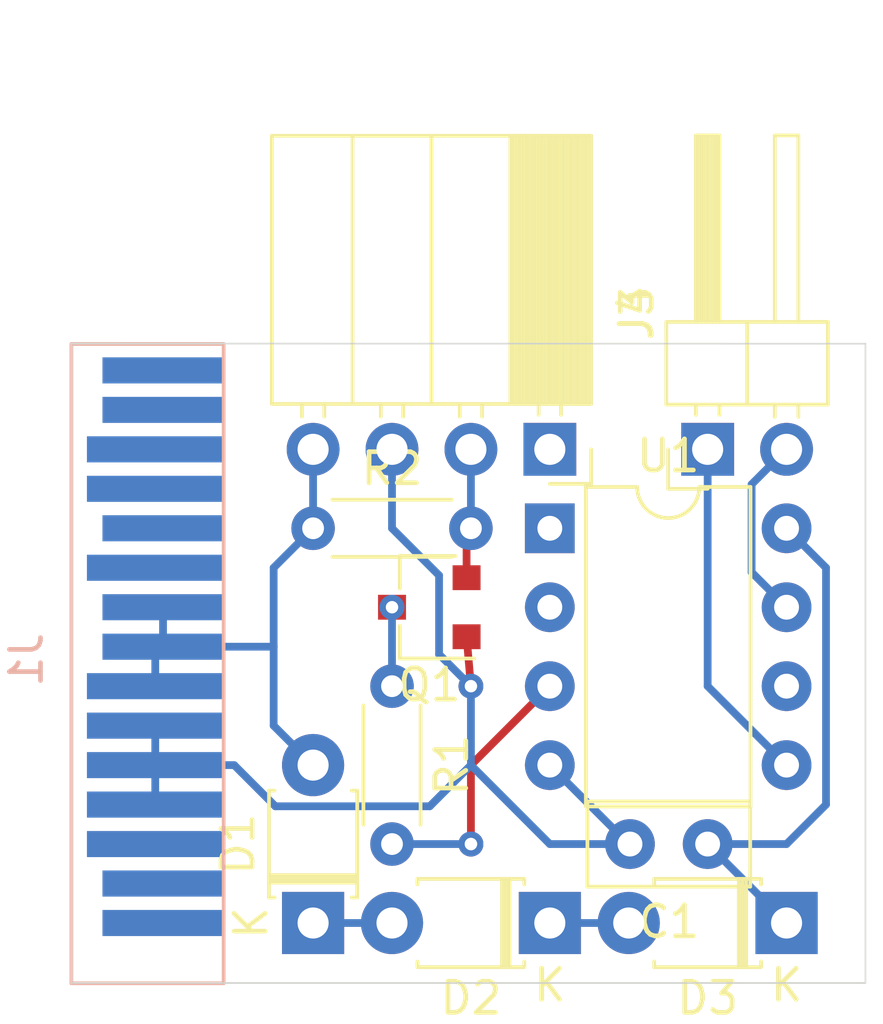
<source format=kicad_pcb>
(kicad_pcb (version 20171130) (host pcbnew 5.1.4-e60b266~84~ubuntu18.04.1)

  (general
    (thickness 1.6)
    (drawings 4)
    (tracks 57)
    (zones 0)
    (modules 11)
    (nets 23)
  )

  (page A4)
  (layers
    (0 F.Cu signal)
    (31 B.Cu signal)
    (32 B.Adhes user)
    (33 F.Adhes user)
    (34 B.Paste user)
    (35 F.Paste user)
    (36 B.SilkS user)
    (37 F.SilkS user)
    (38 B.Mask user)
    (39 F.Mask user)
    (40 Dwgs.User user)
    (41 Cmts.User user)
    (42 Eco1.User user)
    (43 Eco2.User user)
    (44 Edge.Cuts user)
    (45 Margin user)
    (46 B.CrtYd user)
    (47 F.CrtYd user)
    (48 B.Fab user)
    (49 F.Fab user)
  )

  (setup
    (last_trace_width 0.25)
    (trace_clearance 0.2)
    (zone_clearance 0.508)
    (zone_45_only no)
    (trace_min 0.2)
    (via_size 0.8)
    (via_drill 0.4)
    (via_min_size 0.4)
    (via_min_drill 0.3)
    (uvia_size 0.3)
    (uvia_drill 0.1)
    (uvias_allowed no)
    (uvia_min_size 0.2)
    (uvia_min_drill 0.1)
    (edge_width 0.05)
    (segment_width 0.2)
    (pcb_text_width 0.3)
    (pcb_text_size 1.5 1.5)
    (mod_edge_width 0.12)
    (mod_text_size 1 1)
    (mod_text_width 0.15)
    (pad_size 1.524 1.524)
    (pad_drill 0.762)
    (pad_to_mask_clearance 0.051)
    (solder_mask_min_width 0.25)
    (aux_axis_origin 0 0)
    (visible_elements 7FFFFFFF)
    (pcbplotparams
      (layerselection 0x010fc_ffffffff)
      (usegerberextensions false)
      (usegerberattributes false)
      (usegerberadvancedattributes false)
      (creategerberjobfile false)
      (excludeedgelayer true)
      (linewidth 0.100000)
      (plotframeref false)
      (viasonmask false)
      (mode 1)
      (useauxorigin false)
      (hpglpennumber 1)
      (hpglpenspeed 20)
      (hpglpendiameter 15.000000)
      (psnegative false)
      (psa4output false)
      (plotreference true)
      (plotvalue true)
      (plotinvisibletext false)
      (padsonsilk false)
      (subtractmaskfromsilk false)
      (outputformat 1)
      (mirror false)
      (drillshape 1)
      (scaleselection 1)
      (outputdirectory ""))
  )

  (net 0 "")
  (net 1 VCC)
  (net 2 GND)
  (net 3 "Net-(J1-Pad1)")
  (net 4 "Net-(J1-Pad2)")
  (net 5 "Net-(J1-Pad3)")
  (net 6 "Net-(J1-Pad10)")
  (net 7 "Net-(J1-Pad11)")
  (net 8 "Net-(J1-Pad12)")
  (net 9 "Net-(J1-Pad13)")
  (net 10 "Net-(J1-Pad14)")
  (net 11 "Net-(J1-Pad15)")
  (net 12 /SDA)
  (net 13 /SCL)
  (net 14 /FG)
  (net 15 "Net-(U1-Pad1)")
  (net 16 "Net-(U1-Pad6)")
  (net 17 "Net-(D1-Pad1)")
  (net 18 /5V)
  (net 19 "Net-(D2-Pad1)")
  (net 20 "Net-(Q1-Pad3)")
  (net 21 /PWM#)
  (net 22 /PWM_5V)

  (net_class Default "これはデフォルトのネット クラスです。"
    (clearance 0.2)
    (trace_width 0.25)
    (via_dia 0.8)
    (via_drill 0.4)
    (uvia_dia 0.3)
    (uvia_drill 0.1)
    (add_net /5V)
    (add_net /FG)
    (add_net /PWM#)
    (add_net /PWM_5V)
    (add_net /SCL)
    (add_net /SDA)
    (add_net GND)
    (add_net "Net-(D1-Pad1)")
    (add_net "Net-(D2-Pad1)")
    (add_net "Net-(J1-Pad1)")
    (add_net "Net-(J1-Pad10)")
    (add_net "Net-(J1-Pad11)")
    (add_net "Net-(J1-Pad12)")
    (add_net "Net-(J1-Pad13)")
    (add_net "Net-(J1-Pad14)")
    (add_net "Net-(J1-Pad15)")
    (add_net "Net-(J1-Pad2)")
    (add_net "Net-(J1-Pad3)")
    (add_net "Net-(Q1-Pad3)")
    (add_net "Net-(U1-Pad1)")
    (add_net "Net-(U1-Pad6)")
    (add_net VCC)
  )

  (module Connector_PinSocket_2.54mm:PinSocket_1x04_P2.54mm_Horizontal (layer F.Cu) (tedit 5A19A424) (tstamp 5D315026)
    (at 53.34 45.72 270)
    (descr "Through hole angled socket strip, 1x04, 2.54mm pitch, 8.51mm socket length, single row (from Kicad 4.0.7), script generated")
    (tags "Through hole angled socket strip THT 1x04 2.54mm single row")
    (path /5D2D1DFB)
    (fp_text reference J4 (at -4.38 -2.77 90) (layer F.SilkS)
      (effects (font (size 1 1) (thickness 0.15)))
    )
    (fp_text value "Pin header L-type female" (at -4.38 10.39 90) (layer F.Fab)
      (effects (font (size 1 1) (thickness 0.15)))
    )
    (fp_text user %R (at -5.775 3.81) (layer F.Fab)
      (effects (font (size 1 1) (thickness 0.15)))
    )
    (fp_line (start 1.75 9.45) (end 1.75 -1.75) (layer F.CrtYd) (width 0.05))
    (fp_line (start -10.55 9.45) (end 1.75 9.45) (layer F.CrtYd) (width 0.05))
    (fp_line (start -10.55 -1.75) (end -10.55 9.45) (layer F.CrtYd) (width 0.05))
    (fp_line (start 1.75 -1.75) (end -10.55 -1.75) (layer F.CrtYd) (width 0.05))
    (fp_line (start 0 -1.33) (end 1.11 -1.33) (layer F.SilkS) (width 0.12))
    (fp_line (start 1.11 -1.33) (end 1.11 0) (layer F.SilkS) (width 0.12))
    (fp_line (start -10.09 -1.33) (end -10.09 8.95) (layer F.SilkS) (width 0.12))
    (fp_line (start -10.09 8.95) (end -1.46 8.95) (layer F.SilkS) (width 0.12))
    (fp_line (start -1.46 -1.33) (end -1.46 8.95) (layer F.SilkS) (width 0.12))
    (fp_line (start -10.09 -1.33) (end -1.46 -1.33) (layer F.SilkS) (width 0.12))
    (fp_line (start -10.09 6.35) (end -1.46 6.35) (layer F.SilkS) (width 0.12))
    (fp_line (start -10.09 3.81) (end -1.46 3.81) (layer F.SilkS) (width 0.12))
    (fp_line (start -10.09 1.27) (end -1.46 1.27) (layer F.SilkS) (width 0.12))
    (fp_line (start -1.46 7.98) (end -1.05 7.98) (layer F.SilkS) (width 0.12))
    (fp_line (start -1.46 7.26) (end -1.05 7.26) (layer F.SilkS) (width 0.12))
    (fp_line (start -1.46 5.44) (end -1.05 5.44) (layer F.SilkS) (width 0.12))
    (fp_line (start -1.46 4.72) (end -1.05 4.72) (layer F.SilkS) (width 0.12))
    (fp_line (start -1.46 2.9) (end -1.05 2.9) (layer F.SilkS) (width 0.12))
    (fp_line (start -1.46 2.18) (end -1.05 2.18) (layer F.SilkS) (width 0.12))
    (fp_line (start -1.46 0.36) (end -1.11 0.36) (layer F.SilkS) (width 0.12))
    (fp_line (start -1.46 -0.36) (end -1.11 -0.36) (layer F.SilkS) (width 0.12))
    (fp_line (start -10.09 1.1519) (end -1.46 1.1519) (layer F.SilkS) (width 0.12))
    (fp_line (start -10.09 1.033805) (end -1.46 1.033805) (layer F.SilkS) (width 0.12))
    (fp_line (start -10.09 0.91571) (end -1.46 0.91571) (layer F.SilkS) (width 0.12))
    (fp_line (start -10.09 0.797615) (end -1.46 0.797615) (layer F.SilkS) (width 0.12))
    (fp_line (start -10.09 0.67952) (end -1.46 0.67952) (layer F.SilkS) (width 0.12))
    (fp_line (start -10.09 0.561425) (end -1.46 0.561425) (layer F.SilkS) (width 0.12))
    (fp_line (start -10.09 0.44333) (end -1.46 0.44333) (layer F.SilkS) (width 0.12))
    (fp_line (start -10.09 0.325235) (end -1.46 0.325235) (layer F.SilkS) (width 0.12))
    (fp_line (start -10.09 0.20714) (end -1.46 0.20714) (layer F.SilkS) (width 0.12))
    (fp_line (start -10.09 0.089045) (end -1.46 0.089045) (layer F.SilkS) (width 0.12))
    (fp_line (start -10.09 -0.02905) (end -1.46 -0.02905) (layer F.SilkS) (width 0.12))
    (fp_line (start -10.09 -0.147145) (end -1.46 -0.147145) (layer F.SilkS) (width 0.12))
    (fp_line (start -10.09 -0.26524) (end -1.46 -0.26524) (layer F.SilkS) (width 0.12))
    (fp_line (start -10.09 -0.383335) (end -1.46 -0.383335) (layer F.SilkS) (width 0.12))
    (fp_line (start -10.09 -0.50143) (end -1.46 -0.50143) (layer F.SilkS) (width 0.12))
    (fp_line (start -10.09 -0.619525) (end -1.46 -0.619525) (layer F.SilkS) (width 0.12))
    (fp_line (start -10.09 -0.73762) (end -1.46 -0.73762) (layer F.SilkS) (width 0.12))
    (fp_line (start -10.09 -0.855715) (end -1.46 -0.855715) (layer F.SilkS) (width 0.12))
    (fp_line (start -10.09 -0.97381) (end -1.46 -0.97381) (layer F.SilkS) (width 0.12))
    (fp_line (start -10.09 -1.091905) (end -1.46 -1.091905) (layer F.SilkS) (width 0.12))
    (fp_line (start -10.09 -1.21) (end -1.46 -1.21) (layer F.SilkS) (width 0.12))
    (fp_line (start 0 7.92) (end 0 7.32) (layer F.Fab) (width 0.1))
    (fp_line (start -1.52 7.92) (end 0 7.92) (layer F.Fab) (width 0.1))
    (fp_line (start 0 7.32) (end -1.52 7.32) (layer F.Fab) (width 0.1))
    (fp_line (start 0 5.38) (end 0 4.78) (layer F.Fab) (width 0.1))
    (fp_line (start -1.52 5.38) (end 0 5.38) (layer F.Fab) (width 0.1))
    (fp_line (start 0 4.78) (end -1.52 4.78) (layer F.Fab) (width 0.1))
    (fp_line (start 0 2.84) (end 0 2.24) (layer F.Fab) (width 0.1))
    (fp_line (start -1.52 2.84) (end 0 2.84) (layer F.Fab) (width 0.1))
    (fp_line (start 0 2.24) (end -1.52 2.24) (layer F.Fab) (width 0.1))
    (fp_line (start 0 0.3) (end 0 -0.3) (layer F.Fab) (width 0.1))
    (fp_line (start -1.52 0.3) (end 0 0.3) (layer F.Fab) (width 0.1))
    (fp_line (start 0 -0.3) (end -1.52 -0.3) (layer F.Fab) (width 0.1))
    (fp_line (start -10.03 8.89) (end -10.03 -1.27) (layer F.Fab) (width 0.1))
    (fp_line (start -1.52 8.89) (end -10.03 8.89) (layer F.Fab) (width 0.1))
    (fp_line (start -1.52 -0.3) (end -1.52 8.89) (layer F.Fab) (width 0.1))
    (fp_line (start -2.49 -1.27) (end -1.52 -0.3) (layer F.Fab) (width 0.1))
    (fp_line (start -10.03 -1.27) (end -2.49 -1.27) (layer F.Fab) (width 0.1))
    (pad 4 thru_hole oval (at 0 7.62 270) (size 1.7 1.7) (drill 1) (layers *.Cu *.Mask)
      (net 18 /5V))
    (pad 3 thru_hole oval (at 0 5.08 270) (size 1.7 1.7) (drill 1) (layers *.Cu *.Mask)
      (net 2 GND))
    (pad 2 thru_hole oval (at 0 2.54 270) (size 1.7 1.7) (drill 1) (layers *.Cu *.Mask)
      (net 22 /PWM_5V))
    (pad 1 thru_hole rect (at 0 0 270) (size 1.7 1.7) (drill 1) (layers *.Cu *.Mask)
      (net 14 /FG))
    (model ${KISYS3DMOD}/Connector_PinSocket_2.54mm.3dshapes/PinSocket_1x04_P2.54mm_Horizontal.wrl
      (at (xyz 0 0 0))
      (scale (xyz 1 1 1))
      (rotate (xyz 0 0 0))
    )
  )

  (module MyFootprint:SATA_Power_PCBEdge (layer B.Cu) (tedit 5D3128F8) (tstamp 5D314F89)
    (at 42.84 61.38 270)
    (path /5D2D5518)
    (fp_text reference J1 (at -8.89 6.35 90) (layer B.SilkS)
      (effects (font (size 1 1) (thickness 0.15)) (justify mirror))
    )
    (fp_text value "SATA Power Male" (at -8.636 -1.27 90) (layer B.Fab)
      (effects (font (size 1 1) (thickness 0.15)) (justify mirror))
    )
    (fp_line (start 1.52 4.9) (end 1.52 0) (layer B.SilkS) (width 0.12))
    (fp_line (start -19.05 4.9) (end 1.52 4.9) (layer B.SilkS) (width 0.12))
    (fp_line (start -19.05 0) (end -19.05 4.9) (layer B.SilkS) (width 0.12))
    (fp_line (start 1.52 0) (end -19.05 0) (layer B.SilkS) (width 0.12))
    (pad 15 smd rect (at -18.2 1.95 270) (size 0.84 3.9) (layers B.Cu B.Paste B.Mask)
      (net 11 "Net-(J1-Pad15)"))
    (pad 14 smd rect (at -16.93 1.95 270) (size 0.84 3.9) (layers B.Cu B.Paste B.Mask)
      (net 10 "Net-(J1-Pad14)"))
    (pad 13 smd rect (at -15.66 2.2 270) (size 0.84 4.4) (layers B.Cu B.Paste B.Mask)
      (net 9 "Net-(J1-Pad13)"))
    (pad 12 smd rect (at -14.39 2.2 270) (size 0.84 4.4) (layers B.Cu B.Paste B.Mask)
      (net 8 "Net-(J1-Pad12)"))
    (pad 11 smd rect (at -13.12 1.95 270) (size 0.84 3.9) (layers B.Cu B.Paste B.Mask)
      (net 7 "Net-(J1-Pad11)"))
    (pad 10 smd rect (at -11.85 2.2 270) (size 0.84 4.4) (layers B.Cu B.Paste B.Mask)
      (net 6 "Net-(J1-Pad10)"))
    (pad 9 smd rect (at -10.58 1.95 270) (size 0.84 3.9) (layers B.Cu B.Paste B.Mask)
      (net 18 /5V))
    (pad 8 smd rect (at -9.31 1.95 270) (size 0.84 3.9) (layers B.Cu B.Paste B.Mask)
      (net 18 /5V))
    (pad 7 smd rect (at -8.04 2.2 270) (size 0.84 4.4) (layers B.Cu B.Paste B.Mask)
      (net 18 /5V))
    (pad 6 smd rect (at -6.77 2.2 270) (size 0.84 4.4) (layers B.Cu B.Paste B.Mask)
      (net 2 GND))
    (pad 5 smd rect (at -5.5 2.2 270) (size 0.84 4.4) (layers B.Cu B.Paste B.Mask)
      (net 2 GND))
    (pad 4 smd rect (at -4.23 2.2 270) (size 0.84 4.4) (layers B.Cu B.Paste B.Mask)
      (net 2 GND))
    (pad 3 smd rect (at -2.96 2.2 270) (size 0.84 4.4) (layers B.Cu B.Paste B.Mask)
      (net 5 "Net-(J1-Pad3)"))
    (pad 2 smd rect (at -1.69 1.95 270) (size 0.84 3.9) (layers B.Cu B.Paste B.Mask)
      (net 4 "Net-(J1-Pad2)"))
    (pad 1 smd rect (at -0.42 1.95 270) (size 0.84 3.9) (layers B.Cu B.Paste B.Mask)
      (net 3 "Net-(J1-Pad1)"))
  )

  (module Capacitor_THT:C_Disc_D5.0mm_W2.5mm_P2.50mm (layer F.Cu) (tedit 5AE50EF0) (tstamp 5D317BF1)
    (at 58.42 58.42 180)
    (descr "C, Disc series, Radial, pin pitch=2.50mm, , diameter*width=5*2.5mm^2, Capacitor, http://cdn-reichelt.de/documents/datenblatt/B300/DS_KERKO_TC.pdf")
    (tags "C Disc series Radial pin pitch 2.50mm  diameter 5mm width 2.5mm Capacitor")
    (path /5D2DA103)
    (fp_text reference C1 (at 1.25 -2.5) (layer F.SilkS)
      (effects (font (size 1 1) (thickness 0.15)))
    )
    (fp_text value 100n (at 1.25 2.5) (layer F.Fab)
      (effects (font (size 1 1) (thickness 0.15)))
    )
    (fp_text user %R (at 1.25 0) (layer F.Fab)
      (effects (font (size 1 1) (thickness 0.15)))
    )
    (fp_line (start 4 -1.5) (end -1.5 -1.5) (layer F.CrtYd) (width 0.05))
    (fp_line (start 4 1.5) (end 4 -1.5) (layer F.CrtYd) (width 0.05))
    (fp_line (start -1.5 1.5) (end 4 1.5) (layer F.CrtYd) (width 0.05))
    (fp_line (start -1.5 -1.5) (end -1.5 1.5) (layer F.CrtYd) (width 0.05))
    (fp_line (start 3.87 -1.37) (end 3.87 1.37) (layer F.SilkS) (width 0.12))
    (fp_line (start -1.37 -1.37) (end -1.37 1.37) (layer F.SilkS) (width 0.12))
    (fp_line (start -1.37 1.37) (end 3.87 1.37) (layer F.SilkS) (width 0.12))
    (fp_line (start -1.37 -1.37) (end 3.87 -1.37) (layer F.SilkS) (width 0.12))
    (fp_line (start 3.75 -1.25) (end -1.25 -1.25) (layer F.Fab) (width 0.1))
    (fp_line (start 3.75 1.25) (end 3.75 -1.25) (layer F.Fab) (width 0.1))
    (fp_line (start -1.25 1.25) (end 3.75 1.25) (layer F.Fab) (width 0.1))
    (fp_line (start -1.25 -1.25) (end -1.25 1.25) (layer F.Fab) (width 0.1))
    (pad 2 thru_hole circle (at 2.5 0 180) (size 1.6 1.6) (drill 0.8) (layers *.Cu *.Mask)
      (net 2 GND))
    (pad 1 thru_hole circle (at 0 0 180) (size 1.6 1.6) (drill 0.8) (layers *.Cu *.Mask)
      (net 1 VCC))
    (model ${KISYS3DMOD}/Capacitor_THT.3dshapes/C_Disc_D5.0mm_W2.5mm_P2.50mm.wrl
      (at (xyz 0 0 0))
      (scale (xyz 1 1 1))
      (rotate (xyz 0 0 0))
    )
  )

  (module Connector_PinHeader_2.54mm:PinHeader_1x02_P2.54mm_Horizontal (layer F.Cu) (tedit 59FED5CB) (tstamp 5D316D0E)
    (at 58.42 45.72 90)
    (descr "Through hole angled pin header, 1x02, 2.54mm pitch, 6mm pin length, single row")
    (tags "Through hole angled pin header THT 1x02 2.54mm single row")
    (path /5D2D4A68)
    (fp_text reference J3 (at 4.385 -2.27 90) (layer F.SilkS)
      (effects (font (size 1 1) (thickness 0.15)))
    )
    (fp_text value "Pin header L-type male" (at 4.385 4.81 90) (layer F.Fab)
      (effects (font (size 1 1) (thickness 0.15)))
    )
    (fp_text user %R (at 2.77 1.27) (layer F.Fab)
      (effects (font (size 1 1) (thickness 0.15)))
    )
    (fp_line (start 10.55 -1.8) (end -1.8 -1.8) (layer F.CrtYd) (width 0.05))
    (fp_line (start 10.55 4.35) (end 10.55 -1.8) (layer F.CrtYd) (width 0.05))
    (fp_line (start -1.8 4.35) (end 10.55 4.35) (layer F.CrtYd) (width 0.05))
    (fp_line (start -1.8 -1.8) (end -1.8 4.35) (layer F.CrtYd) (width 0.05))
    (fp_line (start -1.27 -1.27) (end 0 -1.27) (layer F.SilkS) (width 0.12))
    (fp_line (start -1.27 0) (end -1.27 -1.27) (layer F.SilkS) (width 0.12))
    (fp_line (start 1.042929 2.92) (end 1.44 2.92) (layer F.SilkS) (width 0.12))
    (fp_line (start 1.042929 2.16) (end 1.44 2.16) (layer F.SilkS) (width 0.12))
    (fp_line (start 10.1 2.92) (end 4.1 2.92) (layer F.SilkS) (width 0.12))
    (fp_line (start 10.1 2.16) (end 10.1 2.92) (layer F.SilkS) (width 0.12))
    (fp_line (start 4.1 2.16) (end 10.1 2.16) (layer F.SilkS) (width 0.12))
    (fp_line (start 1.44 1.27) (end 4.1 1.27) (layer F.SilkS) (width 0.12))
    (fp_line (start 1.11 0.38) (end 1.44 0.38) (layer F.SilkS) (width 0.12))
    (fp_line (start 1.11 -0.38) (end 1.44 -0.38) (layer F.SilkS) (width 0.12))
    (fp_line (start 4.1 0.28) (end 10.1 0.28) (layer F.SilkS) (width 0.12))
    (fp_line (start 4.1 0.16) (end 10.1 0.16) (layer F.SilkS) (width 0.12))
    (fp_line (start 4.1 0.04) (end 10.1 0.04) (layer F.SilkS) (width 0.12))
    (fp_line (start 4.1 -0.08) (end 10.1 -0.08) (layer F.SilkS) (width 0.12))
    (fp_line (start 4.1 -0.2) (end 10.1 -0.2) (layer F.SilkS) (width 0.12))
    (fp_line (start 4.1 -0.32) (end 10.1 -0.32) (layer F.SilkS) (width 0.12))
    (fp_line (start 10.1 0.38) (end 4.1 0.38) (layer F.SilkS) (width 0.12))
    (fp_line (start 10.1 -0.38) (end 10.1 0.38) (layer F.SilkS) (width 0.12))
    (fp_line (start 4.1 -0.38) (end 10.1 -0.38) (layer F.SilkS) (width 0.12))
    (fp_line (start 4.1 -1.33) (end 1.44 -1.33) (layer F.SilkS) (width 0.12))
    (fp_line (start 4.1 3.87) (end 4.1 -1.33) (layer F.SilkS) (width 0.12))
    (fp_line (start 1.44 3.87) (end 4.1 3.87) (layer F.SilkS) (width 0.12))
    (fp_line (start 1.44 -1.33) (end 1.44 3.87) (layer F.SilkS) (width 0.12))
    (fp_line (start 4.04 2.86) (end 10.04 2.86) (layer F.Fab) (width 0.1))
    (fp_line (start 10.04 2.22) (end 10.04 2.86) (layer F.Fab) (width 0.1))
    (fp_line (start 4.04 2.22) (end 10.04 2.22) (layer F.Fab) (width 0.1))
    (fp_line (start -0.32 2.86) (end 1.5 2.86) (layer F.Fab) (width 0.1))
    (fp_line (start -0.32 2.22) (end -0.32 2.86) (layer F.Fab) (width 0.1))
    (fp_line (start -0.32 2.22) (end 1.5 2.22) (layer F.Fab) (width 0.1))
    (fp_line (start 4.04 0.32) (end 10.04 0.32) (layer F.Fab) (width 0.1))
    (fp_line (start 10.04 -0.32) (end 10.04 0.32) (layer F.Fab) (width 0.1))
    (fp_line (start 4.04 -0.32) (end 10.04 -0.32) (layer F.Fab) (width 0.1))
    (fp_line (start -0.32 0.32) (end 1.5 0.32) (layer F.Fab) (width 0.1))
    (fp_line (start -0.32 -0.32) (end -0.32 0.32) (layer F.Fab) (width 0.1))
    (fp_line (start -0.32 -0.32) (end 1.5 -0.32) (layer F.Fab) (width 0.1))
    (fp_line (start 1.5 -0.635) (end 2.135 -1.27) (layer F.Fab) (width 0.1))
    (fp_line (start 1.5 3.81) (end 1.5 -0.635) (layer F.Fab) (width 0.1))
    (fp_line (start 4.04 3.81) (end 1.5 3.81) (layer F.Fab) (width 0.1))
    (fp_line (start 4.04 -1.27) (end 4.04 3.81) (layer F.Fab) (width 0.1))
    (fp_line (start 2.135 -1.27) (end 4.04 -1.27) (layer F.Fab) (width 0.1))
    (pad 2 thru_hole oval (at 0 2.54 90) (size 1.7 1.7) (drill 1) (layers *.Cu *.Mask)
      (net 13 /SCL))
    (pad 1 thru_hole rect (at 0 0 90) (size 1.7 1.7) (drill 1) (layers *.Cu *.Mask)
      (net 12 /SDA))
    (model ${KISYS3DMOD}/Connector_PinHeader_2.54mm.3dshapes/PinHeader_1x02_P2.54mm_Horizontal.wrl
      (at (xyz 0 0 0))
      (scale (xyz 1 1 1))
      (rotate (xyz 0 0 0))
    )
  )

  (module Package_DIP:DIP-8_W7.62mm (layer F.Cu) (tedit 5A02E8C5) (tstamp 5D315042)
    (at 53.34 48.26)
    (descr "8-lead though-hole mounted DIP package, row spacing 7.62 mm (300 mils)")
    (tags "THT DIP DIL PDIP 2.54mm 7.62mm 300mil")
    (path /5D2BE157)
    (fp_text reference U1 (at 3.81 -2.33) (layer F.SilkS)
      (effects (font (size 1 1) (thickness 0.15)))
    )
    (fp_text value ATtiny85-20PU (at 3.81 10.16) (layer F.Fab)
      (effects (font (size 1 1) (thickness 0.15)))
    )
    (fp_text user %R (at 3.81 3.81) (layer F.Fab)
      (effects (font (size 1 1) (thickness 0.15)))
    )
    (fp_line (start 8.7 -1.55) (end -1.1 -1.55) (layer F.CrtYd) (width 0.05))
    (fp_line (start 8.7 9.15) (end 8.7 -1.55) (layer F.CrtYd) (width 0.05))
    (fp_line (start -1.1 9.15) (end 8.7 9.15) (layer F.CrtYd) (width 0.05))
    (fp_line (start -1.1 -1.55) (end -1.1 9.15) (layer F.CrtYd) (width 0.05))
    (fp_line (start 6.46 -1.33) (end 4.81 -1.33) (layer F.SilkS) (width 0.12))
    (fp_line (start 6.46 8.95) (end 6.46 -1.33) (layer F.SilkS) (width 0.12))
    (fp_line (start 1.16 8.95) (end 6.46 8.95) (layer F.SilkS) (width 0.12))
    (fp_line (start 1.16 -1.33) (end 1.16 8.95) (layer F.SilkS) (width 0.12))
    (fp_line (start 2.81 -1.33) (end 1.16 -1.33) (layer F.SilkS) (width 0.12))
    (fp_line (start 0.635 -0.27) (end 1.635 -1.27) (layer F.Fab) (width 0.1))
    (fp_line (start 0.635 8.89) (end 0.635 -0.27) (layer F.Fab) (width 0.1))
    (fp_line (start 6.985 8.89) (end 0.635 8.89) (layer F.Fab) (width 0.1))
    (fp_line (start 6.985 -1.27) (end 6.985 8.89) (layer F.Fab) (width 0.1))
    (fp_line (start 1.635 -1.27) (end 6.985 -1.27) (layer F.Fab) (width 0.1))
    (fp_arc (start 3.81 -1.33) (end 2.81 -1.33) (angle -180) (layer F.SilkS) (width 0.12))
    (pad 8 thru_hole oval (at 7.62 0) (size 1.6 1.6) (drill 0.8) (layers *.Cu *.Mask)
      (net 1 VCC))
    (pad 4 thru_hole oval (at 0 7.62) (size 1.6 1.6) (drill 0.8) (layers *.Cu *.Mask)
      (net 2 GND))
    (pad 7 thru_hole oval (at 7.62 2.54) (size 1.6 1.6) (drill 0.8) (layers *.Cu *.Mask)
      (net 13 /SCL))
    (pad 3 thru_hole oval (at 0 5.08) (size 1.6 1.6) (drill 0.8) (layers *.Cu *.Mask)
      (net 21 /PWM#))
    (pad 6 thru_hole oval (at 7.62 5.08) (size 1.6 1.6) (drill 0.8) (layers *.Cu *.Mask)
      (net 16 "Net-(U1-Pad6)"))
    (pad 2 thru_hole oval (at 0 2.54) (size 1.6 1.6) (drill 0.8) (layers *.Cu *.Mask)
      (net 14 /FG))
    (pad 5 thru_hole oval (at 7.62 7.62) (size 1.6 1.6) (drill 0.8) (layers *.Cu *.Mask)
      (net 12 /SDA))
    (pad 1 thru_hole rect (at 0 0) (size 1.6 1.6) (drill 0.8) (layers *.Cu *.Mask)
      (net 15 "Net-(U1-Pad1)"))
    (model ${KISYS3DMOD}/Package_DIP.3dshapes/DIP-8_W7.62mm.wrl
      (at (xyz 0 0 0))
      (scale (xyz 1 1 1))
      (rotate (xyz 0 0 0))
    )
  )

  (module Diode_THT:D_T-1_P5.08mm_Horizontal (layer F.Cu) (tedit 5D39A4D1) (tstamp 5D462F7D)
    (at 45.72 60.96 90)
    (descr "Diode, T-1 series, Axial, Horizontal, pin pitch=5.08mm, , length*diameter=3.2*2.6mm^2, , http://www.diodes.com/_files/packages/T-1.pdf")
    (tags "Diode T-1 series Axial Horizontal pin pitch 5.08mm  length 3.2mm diameter 2.6mm")
    (path /5D392E56)
    (fp_text reference D1 (at 2.54 -2.42 90) (layer F.SilkS)
      (effects (font (size 1 1) (thickness 0.15)))
    )
    (fp_text value D (at 2.54 2.42 90) (layer F.Fab)
      (effects (font (size 1 1) (thickness 0.15)))
    )
    (fp_line (start 0.94 -1.3) (end 0.94 1.3) (layer F.Fab) (width 0.1))
    (fp_line (start 0.94 1.3) (end 4.14 1.3) (layer F.Fab) (width 0.1))
    (fp_line (start 4.14 1.3) (end 4.14 -1.3) (layer F.Fab) (width 0.1))
    (fp_line (start 4.14 -1.3) (end 0.94 -1.3) (layer F.Fab) (width 0.1))
    (fp_line (start 0 0) (end 0.94 0) (layer F.Fab) (width 0.1))
    (fp_line (start 5.08 0) (end 4.14 0) (layer F.Fab) (width 0.1))
    (fp_line (start 1.42 -1.3) (end 1.42 1.3) (layer F.Fab) (width 0.1))
    (fp_line (start 1.52 -1.3) (end 1.52 1.3) (layer F.Fab) (width 0.1))
    (fp_line (start 1.32 -1.3) (end 1.32 1.3) (layer F.Fab) (width 0.1))
    (fp_line (start 0.82 -1.24) (end 0.82 -1.42) (layer F.SilkS) (width 0.12))
    (fp_line (start 0.82 -1.42) (end 4.26 -1.42) (layer F.SilkS) (width 0.12))
    (fp_line (start 4.26 -1.42) (end 4.26 -1.24) (layer F.SilkS) (width 0.12))
    (fp_line (start 0.82 1.24) (end 0.82 1.42) (layer F.SilkS) (width 0.12))
    (fp_line (start 0.82 1.42) (end 4.26 1.42) (layer F.SilkS) (width 0.12))
    (fp_line (start 4.26 1.42) (end 4.26 1.24) (layer F.SilkS) (width 0.12))
    (fp_line (start 1.42 -1.42) (end 1.42 1.42) (layer F.SilkS) (width 0.12))
    (fp_line (start 1.54 -1.42) (end 1.54 1.42) (layer F.SilkS) (width 0.12))
    (fp_line (start 1.3 -1.42) (end 1.3 1.42) (layer F.SilkS) (width 0.12))
    (fp_line (start -1.25 -1.55) (end -1.25 1.55) (layer F.CrtYd) (width 0.05))
    (fp_line (start -1.25 1.55) (end 6.33 1.55) (layer F.CrtYd) (width 0.05))
    (fp_line (start 6.33 1.55) (end 6.33 -1.55) (layer F.CrtYd) (width 0.05))
    (fp_line (start 6.33 -1.55) (end -1.25 -1.55) (layer F.CrtYd) (width 0.05))
    (fp_text user %R (at 2.78 0 90) (layer F.Fab)
      (effects (font (size 0.64 0.64) (thickness 0.096)))
    )
    (fp_text user K (at 0 -2 90) (layer F.Fab)
      (effects (font (size 1 1) (thickness 0.15)))
    )
    (fp_text user K (at 0 -2 90) (layer F.SilkS)
      (effects (font (size 1 1) (thickness 0.15)))
    )
    (pad 1 thru_hole rect (at 0 0 90) (size 2 2) (drill 1) (layers *.Cu *.Mask)
      (net 17 "Net-(D1-Pad1)"))
    (pad 2 thru_hole oval (at 5.08 0 90) (size 2 2) (drill 1) (layers *.Cu *.Mask)
      (net 18 /5V))
    (model ${KISYS3DMOD}/Diode_THT.3dshapes/D_T-1_P5.08mm_Horizontal.wrl
      (at (xyz 0 0 0))
      (scale (xyz 1 1 1))
      (rotate (xyz 0 0 0))
    )
  )

  (module Diode_THT:D_T-1_P5.08mm_Horizontal (layer F.Cu) (tedit 5AE50CD5) (tstamp 5D462F9C)
    (at 53.34 60.96 180)
    (descr "Diode, T-1 series, Axial, Horizontal, pin pitch=5.08mm, , length*diameter=3.2*2.6mm^2, , http://www.diodes.com/_files/packages/T-1.pdf")
    (tags "Diode T-1 series Axial Horizontal pin pitch 5.08mm  length 3.2mm diameter 2.6mm")
    (path /5D392B20)
    (fp_text reference D2 (at 2.54 -2.42 180) (layer F.SilkS)
      (effects (font (size 1 1) (thickness 0.15)))
    )
    (fp_text value D (at 2.54 2.42 180) (layer F.Fab)
      (effects (font (size 1 1) (thickness 0.15)))
    )
    (fp_text user K (at 0 -2 180) (layer F.SilkS)
      (effects (font (size 1 1) (thickness 0.15)))
    )
    (fp_text user K (at 0 -2 180) (layer F.Fab)
      (effects (font (size 1 1) (thickness 0.15)))
    )
    (fp_text user %R (at 2.78 0 180) (layer F.Fab)
      (effects (font (size 0.64 0.64) (thickness 0.096)))
    )
    (fp_line (start 6.33 -1.55) (end -1.25 -1.55) (layer F.CrtYd) (width 0.05))
    (fp_line (start 6.33 1.55) (end 6.33 -1.55) (layer F.CrtYd) (width 0.05))
    (fp_line (start -1.25 1.55) (end 6.33 1.55) (layer F.CrtYd) (width 0.05))
    (fp_line (start -1.25 -1.55) (end -1.25 1.55) (layer F.CrtYd) (width 0.05))
    (fp_line (start 1.3 -1.42) (end 1.3 1.42) (layer F.SilkS) (width 0.12))
    (fp_line (start 1.54 -1.42) (end 1.54 1.42) (layer F.SilkS) (width 0.12))
    (fp_line (start 1.42 -1.42) (end 1.42 1.42) (layer F.SilkS) (width 0.12))
    (fp_line (start 4.26 1.42) (end 4.26 1.24) (layer F.SilkS) (width 0.12))
    (fp_line (start 0.82 1.42) (end 4.26 1.42) (layer F.SilkS) (width 0.12))
    (fp_line (start 0.82 1.24) (end 0.82 1.42) (layer F.SilkS) (width 0.12))
    (fp_line (start 4.26 -1.42) (end 4.26 -1.24) (layer F.SilkS) (width 0.12))
    (fp_line (start 0.82 -1.42) (end 4.26 -1.42) (layer F.SilkS) (width 0.12))
    (fp_line (start 0.82 -1.24) (end 0.82 -1.42) (layer F.SilkS) (width 0.12))
    (fp_line (start 1.32 -1.3) (end 1.32 1.3) (layer F.Fab) (width 0.1))
    (fp_line (start 1.52 -1.3) (end 1.52 1.3) (layer F.Fab) (width 0.1))
    (fp_line (start 1.42 -1.3) (end 1.42 1.3) (layer F.Fab) (width 0.1))
    (fp_line (start 5.08 0) (end 4.14 0) (layer F.Fab) (width 0.1))
    (fp_line (start 0 0) (end 0.94 0) (layer F.Fab) (width 0.1))
    (fp_line (start 4.14 -1.3) (end 0.94 -1.3) (layer F.Fab) (width 0.1))
    (fp_line (start 4.14 1.3) (end 4.14 -1.3) (layer F.Fab) (width 0.1))
    (fp_line (start 0.94 1.3) (end 4.14 1.3) (layer F.Fab) (width 0.1))
    (fp_line (start 0.94 -1.3) (end 0.94 1.3) (layer F.Fab) (width 0.1))
    (pad 2 thru_hole oval (at 5.08 0 180) (size 2 2) (drill 1) (layers *.Cu *.Mask)
      (net 17 "Net-(D1-Pad1)"))
    (pad 1 thru_hole rect (at 0 0 180) (size 2 2) (drill 1) (layers *.Cu *.Mask)
      (net 19 "Net-(D2-Pad1)"))
    (model ${KISYS3DMOD}/Diode_THT.3dshapes/D_T-1_P5.08mm_Horizontal.wrl
      (at (xyz 0 0 0))
      (scale (xyz 1 1 1))
      (rotate (xyz 0 0 0))
    )
  )

  (module Diode_THT:D_T-1_P5.08mm_Horizontal (layer F.Cu) (tedit 5AE50CD5) (tstamp 5D462FBB)
    (at 60.96 60.96 180)
    (descr "Diode, T-1 series, Axial, Horizontal, pin pitch=5.08mm, , length*diameter=3.2*2.6mm^2, , http://www.diodes.com/_files/packages/T-1.pdf")
    (tags "Diode T-1 series Axial Horizontal pin pitch 5.08mm  length 3.2mm diameter 2.6mm")
    (path /5D392244)
    (fp_text reference D3 (at 2.54 -2.42 180) (layer F.SilkS)
      (effects (font (size 1 1) (thickness 0.15)))
    )
    (fp_text value D (at 2.54 2.42 180) (layer F.Fab)
      (effects (font (size 1 1) (thickness 0.15)))
    )
    (fp_line (start 0.94 -1.3) (end 0.94 1.3) (layer F.Fab) (width 0.1))
    (fp_line (start 0.94 1.3) (end 4.14 1.3) (layer F.Fab) (width 0.1))
    (fp_line (start 4.14 1.3) (end 4.14 -1.3) (layer F.Fab) (width 0.1))
    (fp_line (start 4.14 -1.3) (end 0.94 -1.3) (layer F.Fab) (width 0.1))
    (fp_line (start 0 0) (end 0.94 0) (layer F.Fab) (width 0.1))
    (fp_line (start 5.08 0) (end 4.14 0) (layer F.Fab) (width 0.1))
    (fp_line (start 1.42 -1.3) (end 1.42 1.3) (layer F.Fab) (width 0.1))
    (fp_line (start 1.52 -1.3) (end 1.52 1.3) (layer F.Fab) (width 0.1))
    (fp_line (start 1.32 -1.3) (end 1.32 1.3) (layer F.Fab) (width 0.1))
    (fp_line (start 0.82 -1.24) (end 0.82 -1.42) (layer F.SilkS) (width 0.12))
    (fp_line (start 0.82 -1.42) (end 4.26 -1.42) (layer F.SilkS) (width 0.12))
    (fp_line (start 4.26 -1.42) (end 4.26 -1.24) (layer F.SilkS) (width 0.12))
    (fp_line (start 0.82 1.24) (end 0.82 1.42) (layer F.SilkS) (width 0.12))
    (fp_line (start 0.82 1.42) (end 4.26 1.42) (layer F.SilkS) (width 0.12))
    (fp_line (start 4.26 1.42) (end 4.26 1.24) (layer F.SilkS) (width 0.12))
    (fp_line (start 1.42 -1.42) (end 1.42 1.42) (layer F.SilkS) (width 0.12))
    (fp_line (start 1.54 -1.42) (end 1.54 1.42) (layer F.SilkS) (width 0.12))
    (fp_line (start 1.3 -1.42) (end 1.3 1.42) (layer F.SilkS) (width 0.12))
    (fp_line (start -1.25 -1.55) (end -1.25 1.55) (layer F.CrtYd) (width 0.05))
    (fp_line (start -1.25 1.55) (end 6.33 1.55) (layer F.CrtYd) (width 0.05))
    (fp_line (start 6.33 1.55) (end 6.33 -1.55) (layer F.CrtYd) (width 0.05))
    (fp_line (start 6.33 -1.55) (end -1.25 -1.55) (layer F.CrtYd) (width 0.05))
    (fp_text user %R (at 2.78 0 180) (layer F.Fab)
      (effects (font (size 0.64 0.64) (thickness 0.096)))
    )
    (fp_text user K (at 0 -2 180) (layer F.Fab)
      (effects (font (size 1 1) (thickness 0.15)))
    )
    (fp_text user K (at 0 -2 180) (layer F.SilkS)
      (effects (font (size 1 1) (thickness 0.15)))
    )
    (pad 1 thru_hole rect (at 0 0 180) (size 2 2) (drill 1) (layers *.Cu *.Mask)
      (net 1 VCC))
    (pad 2 thru_hole oval (at 5.08 0 180) (size 2 2) (drill 1) (layers *.Cu *.Mask)
      (net 19 "Net-(D2-Pad1)"))
    (model ${KISYS3DMOD}/Diode_THT.3dshapes/D_T-1_P5.08mm_Horizontal.wrl
      (at (xyz 0 0 0))
      (scale (xyz 1 1 1))
      (rotate (xyz 0 0 0))
    )
  )

  (module Package_TO_SOT_SMD:SC-59 (layer F.Cu) (tedit 5A02FF57) (tstamp 5D462FD0)
    (at 49.46 50.8 180)
    (descr "SC-59, https://lib.chipdip.ru/images/import_diod/original/SOT-23_SC-59.jpg")
    (tags SC-59)
    (path /5D3A6F9D)
    (attr smd)
    (fp_text reference Q1 (at 0 -2.5 180) (layer F.SilkS)
      (effects (font (size 1 1) (thickness 0.15)))
    )
    (fp_text value ? (at 0 2.5 180) (layer F.Fab)
      (effects (font (size 1 1) (thickness 0.15)))
    )
    (fp_text user %R (at 0 0 270) (layer F.Fab)
      (effects (font (size 0.5 0.5) (thickness 0.075)))
    )
    (fp_line (start -0.85 1.55) (end -0.85 -1) (layer F.Fab) (width 0.1))
    (fp_line (start -1.45 -1.65) (end 0.95 -1.65) (layer F.SilkS) (width 0.12))
    (fp_line (start 0.95 -1.65) (end 0.95 -0.6) (layer F.SilkS) (width 0.12))
    (fp_line (start -0.85 1.65) (end 0.95 1.65) (layer F.SilkS) (width 0.12))
    (fp_line (start 0.95 1.65) (end 0.95 0.6) (layer F.SilkS) (width 0.12))
    (fp_line (start -0.85 1.55) (end 0.85 1.55) (layer F.Fab) (width 0.1))
    (fp_line (start -0.3 -1.55) (end -0.85 -1) (layer F.Fab) (width 0.1))
    (fp_line (start -0.3 -1.55) (end 0.85 -1.55) (layer F.Fab) (width 0.1))
    (fp_line (start 0.85 -1.52) (end 0.85 1.52) (layer F.Fab) (width 0.1))
    (fp_line (start -1.9 -1.8) (end 1.9 -1.8) (layer F.CrtYd) (width 0.05))
    (fp_line (start -1.9 -1.8) (end -1.9 1.8) (layer F.CrtYd) (width 0.05))
    (fp_line (start 1.9 1.8) (end 1.9 -1.8) (layer F.CrtYd) (width 0.05))
    (fp_line (start 1.9 1.8) (end -1.9 1.8) (layer F.CrtYd) (width 0.05))
    (pad 1 smd rect (at -1.2 -0.95 180) (size 0.9 0.8) (layers F.Cu F.Paste F.Mask)
      (net 2 GND))
    (pad 2 smd rect (at -1.2 0.95 180) (size 0.9 0.8) (layers F.Cu F.Paste F.Mask)
      (net 22 /PWM_5V))
    (pad 3 smd rect (at 1.2 0 180) (size 0.9 0.8) (layers F.Cu F.Paste F.Mask)
      (net 20 "Net-(Q1-Pad3)"))
    (model ${KISYS3DMOD}/Package_TO_SOT_SMD.3dshapes/SC-59.wrl
      (at (xyz 0 0 0))
      (scale (xyz 1 1 1))
      (rotate (xyz 0 0 0))
    )
  )

  (module Resistor_THT:R_Axial_DIN0204_L3.6mm_D1.6mm_P5.08mm_Horizontal (layer F.Cu) (tedit 5D39991B) (tstamp 5D462FE3)
    (at 48.26 53.34 270)
    (descr "Resistor, Axial_DIN0204 series, Axial, Horizontal, pin pitch=5.08mm, 0.167W, length*diameter=3.6*1.6mm^2, http://cdn-reichelt.de/documents/datenblatt/B400/1_4W%23YAG.pdf")
    (tags "Resistor Axial_DIN0204 series Axial Horizontal pin pitch 5.08mm 0.167W length 3.6mm diameter 1.6mm")
    (path /5D3AD9FE)
    (fp_text reference R1 (at 2.54 -1.92 270) (layer F.SilkS)
      (effects (font (size 1 1) (thickness 0.15)))
    )
    (fp_text value 2M (at 2.54 1.92 270) (layer F.Fab)
      (effects (font (size 1 1) (thickness 0.15)))
    )
    (fp_line (start 0.74 -0.8) (end 0.74 0.8) (layer F.Fab) (width 0.1))
    (fp_line (start 0.74 0.8) (end 4.34 0.8) (layer F.Fab) (width 0.1))
    (fp_line (start 4.34 0.8) (end 4.34 -0.8) (layer F.Fab) (width 0.1))
    (fp_line (start 4.34 -0.8) (end 0.74 -0.8) (layer F.Fab) (width 0.1))
    (fp_line (start 0 0) (end 0.74 0) (layer F.Fab) (width 0.1))
    (fp_line (start 5.08 0) (end 4.34 0) (layer F.Fab) (width 0.1))
    (fp_line (start 0.62 -0.92) (end 4.46 -0.92) (layer F.SilkS) (width 0.12))
    (fp_line (start 0.62 0.92) (end 4.46 0.92) (layer F.SilkS) (width 0.12))
    (fp_line (start -0.95 -1.05) (end -0.95 1.05) (layer F.CrtYd) (width 0.05))
    (fp_line (start -0.95 1.05) (end 6.03 1.05) (layer F.CrtYd) (width 0.05))
    (fp_line (start 6.03 1.05) (end 6.03 -1.05) (layer F.CrtYd) (width 0.05))
    (fp_line (start 6.03 -1.05) (end -0.95 -1.05) (layer F.CrtYd) (width 0.05))
    (fp_text user %R (at 2.54 0 270) (layer F.Fab)
      (effects (font (size 0.72 0.72) (thickness 0.108)))
    )
    (pad 1 thru_hole circle (at 0 0 270) (size 1.4 1.4) (drill 0.7) (layers *.Cu *.Mask)
      (net 20 "Net-(Q1-Pad3)"))
    (pad 2 thru_hole oval (at 5.08 0 270) (size 1.4 1.4) (drill 0.7) (layers *.Cu *.Mask)
      (net 21 /PWM#))
    (model ${KISYS3DMOD}/Resistor_THT.3dshapes/R_Axial_DIN0204_L3.6mm_D1.6mm_P5.08mm_Horizontal.wrl
      (at (xyz 0 0 0))
      (scale (xyz 1 1 1))
      (rotate (xyz 0 0 0))
    )
  )

  (module Resistor_THT:R_Axial_DIN0204_L3.6mm_D1.6mm_P5.08mm_Horizontal (layer F.Cu) (tedit 5AE5139B) (tstamp 5D467AD0)
    (at 45.72 48.26)
    (descr "Resistor, Axial_DIN0204 series, Axial, Horizontal, pin pitch=5.08mm, 0.167W, length*diameter=3.6*1.6mm^2, http://cdn-reichelt.de/documents/datenblatt/B400/1_4W%23YAG.pdf")
    (tags "Resistor Axial_DIN0204 series Axial Horizontal pin pitch 5.08mm 0.167W length 3.6mm diameter 1.6mm")
    (path /5D39A6A0)
    (fp_text reference R2 (at 2.54 -1.92) (layer F.SilkS)
      (effects (font (size 1 1) (thickness 0.15)))
    )
    (fp_text value 47K (at 2.54 1.92) (layer F.Fab)
      (effects (font (size 1 1) (thickness 0.15)))
    )
    (fp_line (start 0.74 -0.8) (end 0.74 0.8) (layer F.Fab) (width 0.1))
    (fp_line (start 0.74 0.8) (end 4.34 0.8) (layer F.Fab) (width 0.1))
    (fp_line (start 4.34 0.8) (end 4.34 -0.8) (layer F.Fab) (width 0.1))
    (fp_line (start 4.34 -0.8) (end 0.74 -0.8) (layer F.Fab) (width 0.1))
    (fp_line (start 0 0) (end 0.74 0) (layer F.Fab) (width 0.1))
    (fp_line (start 5.08 0) (end 4.34 0) (layer F.Fab) (width 0.1))
    (fp_line (start 0.62 -0.92) (end 4.46 -0.92) (layer F.SilkS) (width 0.12))
    (fp_line (start 0.62 0.92) (end 4.46 0.92) (layer F.SilkS) (width 0.12))
    (fp_line (start -0.95 -1.05) (end -0.95 1.05) (layer F.CrtYd) (width 0.05))
    (fp_line (start -0.95 1.05) (end 6.03 1.05) (layer F.CrtYd) (width 0.05))
    (fp_line (start 6.03 1.05) (end 6.03 -1.05) (layer F.CrtYd) (width 0.05))
    (fp_line (start 6.03 -1.05) (end -0.95 -1.05) (layer F.CrtYd) (width 0.05))
    (fp_text user %R (at 2.54 0) (layer F.Fab)
      (effects (font (size 0.72 0.72) (thickness 0.108)))
    )
    (pad 1 thru_hole circle (at 0 0) (size 1.4 1.4) (drill 0.7) (layers *.Cu *.Mask)
      (net 18 /5V))
    (pad 2 thru_hole oval (at 5.08 0) (size 1.4 1.4) (drill 0.7) (layers *.Cu *.Mask)
      (net 22 /PWM_5V))
    (model ${KISYS3DMOD}/Resistor_THT.3dshapes/R_Axial_DIN0204_L3.6mm_D1.6mm_P5.08mm_Horizontal.wrl
      (at (xyz 0 0 0))
      (scale (xyz 1 1 1))
      (rotate (xyz 0 0 0))
    )
  )

  (gr_line (start 37.9476 42.3164) (end 63.5 42.32) (layer Edge.Cuts) (width 0.05) (tstamp 5D3E5DB8))
  (gr_line (start 37.9476 62.8904) (end 37.9476 42.3164) (layer Edge.Cuts) (width 0.05))
  (gr_line (start 63.5 62.8904) (end 37.9476 62.8904) (layer Edge.Cuts) (width 0.05))
  (gr_line (start 63.5 62.8904) (end 63.5 42.3164) (layer Edge.Cuts) (width 0.05))

  (segment (start 60.96 60.96) (end 58.42 58.42) (width 0.25) (layer B.Cu) (net 1))
  (segment (start 60.96 58.42) (end 58.42 58.42) (width 0.25) (layer B.Cu) (net 1))
  (segment (start 60.96 48.26) (end 62.23 49.53) (width 0.25) (layer B.Cu) (net 1))
  (segment (start 62.23 49.53) (end 62.23 57.15) (width 0.25) (layer B.Cu) (net 1))
  (segment (start 62.23 57.15) (end 60.96 58.42) (width 0.25) (layer B.Cu) (net 1))
  (segment (start 40.64 57.15) (end 40.64 55.88) (width 0.25) (layer B.Cu) (net 2) (status 30))
  (segment (start 40.64 54.61) (end 40.64 55.88) (width 0.25) (layer B.Cu) (net 2) (status 30))
  (segment (start 50.66 51.75) (end 50.8 53.34) (width 0.25) (layer F.Cu) (net 2))
  (segment (start 50.66 53.2) (end 50.8 53.34) (width 0.25) (layer F.Cu) (net 2))
  (segment (start 50.8 53.34) (end 50.66 53.2) (width 0.25) (layer F.Cu) (net 2) (tstamp 5D466B55))
  (via (at 50.8 53.34) (size 0.8) (drill 0.4) (layers F.Cu B.Cu) (net 2))
  (segment (start 40.64 55.88) (end 43.18 55.88) (width 0.25) (layer B.Cu) (net 2))
  (segment (start 50.8 55.88) (end 53.34 58.42) (width 0.25) (layer B.Cu) (net 2))
  (segment (start 50.8 53.34) (end 50.8 55.88) (width 0.25) (layer B.Cu) (net 2))
  (segment (start 49.474999 57.205001) (end 50.8 55.88) (width 0.25) (layer B.Cu) (net 2))
  (segment (start 44.505001 57.205001) (end 49.474999 57.205001) (width 0.25) (layer B.Cu) (net 2))
  (segment (start 43.18 55.88) (end 44.505001 57.205001) (width 0.25) (layer B.Cu) (net 2))
  (segment (start 50.61 51.75) (end 50.66 51.75) (width 0.25) (layer F.Cu) (net 2))
  (segment (start 49.774999 52.314999) (end 49.774999 49.774999) (width 0.25) (layer B.Cu) (net 2))
  (segment (start 50.8 53.34) (end 49.774999 52.314999) (width 0.25) (layer B.Cu) (net 2))
  (segment (start 48.26 48.26) (end 48.26 45.72) (width 0.25) (layer B.Cu) (net 2))
  (segment (start 49.774999 49.774999) (end 48.26 48.26) (width 0.25) (layer B.Cu) (net 2))
  (segment (start 53.34 58.42) (end 55.92 58.42) (width 0.25) (layer B.Cu) (net 2))
  (segment (start 55.88 58.42) (end 55.92 58.42) (width 0.25) (layer B.Cu) (net 2))
  (segment (start 53.34 55.88) (end 55.88 58.42) (width 0.25) (layer B.Cu) (net 2))
  (segment (start 58.42 53.34) (end 60.96 55.88) (width 0.25) (layer B.Cu) (net 12))
  (segment (start 58.42 45.72) (end 58.42 53.34) (width 0.25) (layer B.Cu) (net 12))
  (segment (start 59.834999 49.674999) (end 60.160001 50.000001) (width 0.25) (layer B.Cu) (net 13))
  (segment (start 59.834999 46.845001) (end 59.834999 49.674999) (width 0.25) (layer B.Cu) (net 13))
  (segment (start 60.160001 50.000001) (end 60.96 50.8) (width 0.25) (layer B.Cu) (net 13))
  (segment (start 60.96 45.72) (end 59.834999 46.845001) (width 0.25) (layer B.Cu) (net 13))
  (segment (start 48.26 60.96) (end 45.72 60.96) (width 0.25) (layer B.Cu) (net 17))
  (segment (start 40.89 50.8) (end 40.89 52.07) (width 0.25) (layer B.Cu) (net 18))
  (segment (start 40.64 52.32) (end 40.89 52.07) (width 0.25) (layer B.Cu) (net 18))
  (segment (start 40.64 53.34) (end 40.64 52.32) (width 0.25) (layer B.Cu) (net 18))
  (segment (start 41.91 52.07) (end 40.89 52.07) (width 0.25) (layer B.Cu) (net 18))
  (segment (start 42.42 52.07) (end 40.89 52.07) (width 0.25) (layer B.Cu) (net 18))
  (segment (start 44.45 52.07) (end 40.89 52.07) (width 0.25) (layer B.Cu) (net 18))
  (segment (start 44.45 54.61) (end 45.72 55.88) (width 0.25) (layer B.Cu) (net 18))
  (segment (start 44.45 52.07) (end 44.45 54.61) (width 0.25) (layer B.Cu) (net 18))
  (segment (start 45.72 45.72) (end 45.72 48.26) (width 0.25) (layer B.Cu) (net 18))
  (segment (start 44.45 49.53) (end 45.72 48.26) (width 0.25) (layer B.Cu) (net 18))
  (segment (start 44.45 52.07) (end 44.45 49.53) (width 0.25) (layer B.Cu) (net 18))
  (segment (start 55.88 60.96) (end 53.34 60.96) (width 0.25) (layer B.Cu) (net 19))
  (segment (start 48.26 50.8) (end 48.26 50.8) (width 0.25) (layer B.Cu) (net 20) (tstamp 5D46718C))
  (via (at 48.26 50.8) (size 0.8) (drill 0.4) (layers F.Cu B.Cu) (net 20))
  (segment (start 48.26 50.8) (end 48.26 53.34) (width 0.25) (layer B.Cu) (net 20))
  (segment (start 48.26 58.42) (end 50.8 58.42) (width 0.25) (layer B.Cu) (net 21))
  (segment (start 50.8 58.42) (end 50.8 58.42) (width 0.25) (layer B.Cu) (net 21) (tstamp 5D4699BE))
  (via (at 50.8 58.42) (size 0.8) (drill 0.4) (layers F.Cu B.Cu) (net 21))
  (segment (start 50.8 58.42) (end 50.8 58.42) (width 0.25) (layer B.Cu) (net 21) (tstamp 5D469A10))
  (via (at 50.8 58.42) (size 0.8) (drill 0.4) (layers F.Cu B.Cu) (net 21))
  (segment (start 50.8 55.88) (end 50.8 58.42) (width 0.25) (layer F.Cu) (net 21))
  (segment (start 53.34 53.34) (end 50.8 55.88) (width 0.25) (layer F.Cu) (net 21))
  (segment (start 50.66 48.4) (end 50.8 48.26) (width 0.25) (layer F.Cu) (net 22))
  (segment (start 50.66 49.85) (end 50.66 48.4) (width 0.25) (layer F.Cu) (net 22))
  (segment (start 50.8 48.26) (end 50.8 45.72) (width 0.25) (layer B.Cu) (net 22))

)

</source>
